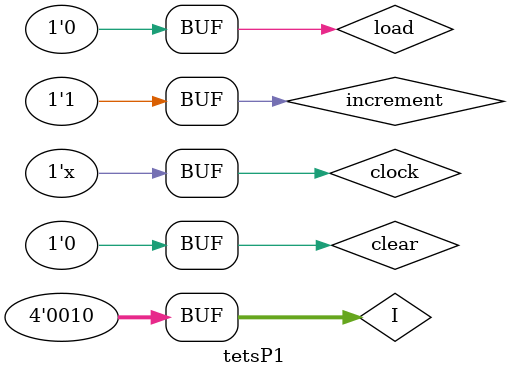
<source format=v>
`timescale 1ns / 1ps


module tetsP1;

	// Inputs
	reg clear;
	reg load;
	reg increment;
	reg clock;
	reg [3:0] I;

	// Outputs
	wire [3:0] A;
	wire output_carry;

	// Instantiate the Unit Under Test (UUT)
	CounterWithParallelLoad uut (
		.clear(clear), 
		.load(load), 
		.increment(increment), 
		.clock(clock), 
		.I(I), 
		.A(A), 
		.output_carry(output_carry)
	);

	initial begin
		// Initialize Inputs
		clear = 0;
		load = 0;
		increment = 1;
		clock = 0;
		I = 2;
		// Wait 100 ns for global reset to finish
		#100;
        
		// Add stimulus here

	end
        always
		#10 clock = ~clock;
endmodule


</source>
